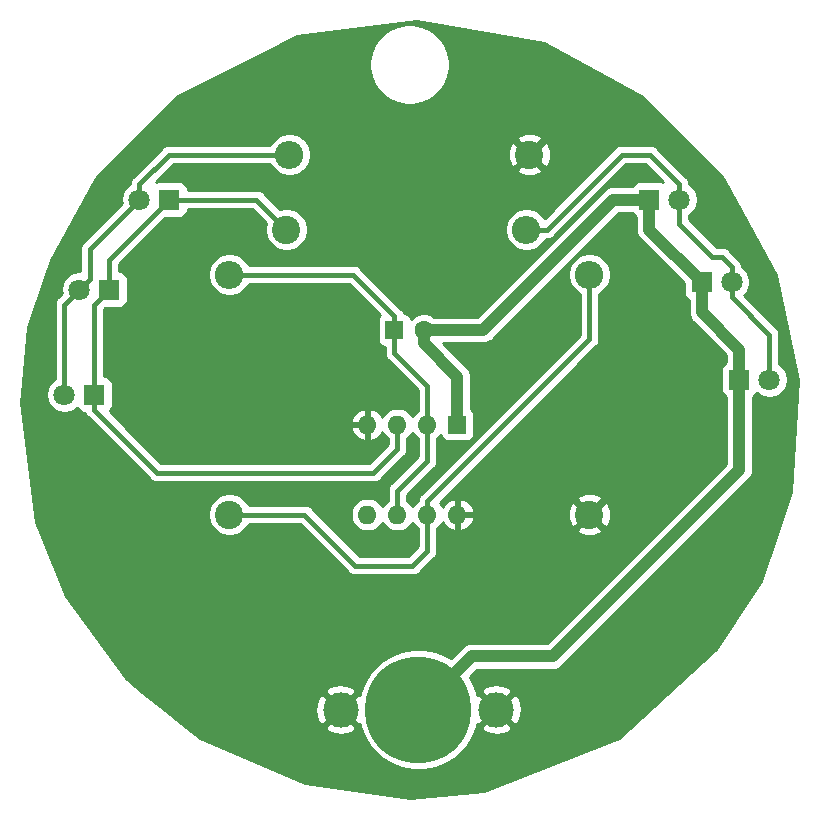
<source format=gbr>
G04 #@! TF.GenerationSoftware,KiCad,Pcbnew,(5.1.5-0)*
G04 #@! TF.CreationDate,2020-12-05T10:39:51+01:00*
G04 #@! TF.ProjectId,xmas_fablab2020,786d6173-5f66-4616-926c-616232303230,rev?*
G04 #@! TF.SameCoordinates,Original*
G04 #@! TF.FileFunction,Copper,L1,Top*
G04 #@! TF.FilePolarity,Positive*
%FSLAX46Y46*%
G04 Gerber Fmt 4.6, Leading zero omitted, Abs format (unit mm)*
G04 Created by KiCad (PCBNEW (5.1.5-0)) date 2020-12-05 10:39:51*
%MOMM*%
%LPD*%
G04 APERTURE LIST*
%ADD10C,2.400000*%
%ADD11O,2.400000X2.400000*%
%ADD12R,1.600000X1.600000*%
%ADD13C,1.600000*%
%ADD14C,1.800000*%
%ADD15R,1.800000X1.800000*%
%ADD16O,1.600000X1.600000*%
%ADD17C,3.000000*%
%ADD18C,9.000000*%
%ADD19C,0.400000*%
%ADD20C,1.000000*%
%ADD21C,0.254000*%
G04 APERTURE END LIST*
D10*
X152400000Y-72390000D03*
D11*
X152400000Y-52070000D03*
D10*
X147320000Y-41910000D03*
D11*
X127000000Y-41910000D03*
D12*
X135890000Y-56769000D03*
D13*
X138390000Y-56769000D03*
D14*
X107950000Y-62230000D03*
D15*
X110490000Y-62230000D03*
X165100000Y-60960000D03*
D14*
X167640000Y-60960000D03*
D11*
X121920000Y-52070000D03*
D10*
X121920000Y-72390000D03*
D11*
X147066000Y-48260000D03*
D10*
X126746000Y-48260000D03*
D12*
X141224000Y-64770000D03*
D16*
X133604000Y-72390000D03*
X138684000Y-64770000D03*
X136144000Y-72390000D03*
X136144000Y-64770000D03*
X138684000Y-72390000D03*
X133604000Y-64770000D03*
X141224000Y-72390000D03*
D14*
X109220000Y-53340000D03*
D15*
X111760000Y-53340000D03*
D14*
X164465000Y-52705000D03*
D15*
X161925000Y-52705000D03*
X116840000Y-45720000D03*
D14*
X114300000Y-45720000D03*
D15*
X157480000Y-45720000D03*
D14*
X160020000Y-45720000D03*
D17*
X131322000Y-88900000D03*
X144522000Y-88900000D03*
D18*
X137922000Y-88900000D03*
D19*
X136144000Y-72390000D02*
X136144000Y-70358000D01*
X138684000Y-67818000D02*
X138684000Y-64770000D01*
X136144000Y-70358000D02*
X138684000Y-67818000D01*
X138684000Y-64770000D02*
X138684000Y-61468000D01*
X135890000Y-58674000D02*
X135890000Y-56769000D01*
X138684000Y-61468000D02*
X135890000Y-58674000D01*
X135890000Y-55569000D02*
X135890000Y-56769000D01*
X132391000Y-52070000D02*
X135890000Y-55569000D01*
X121920000Y-52070000D02*
X132391000Y-52070000D01*
D20*
X142421999Y-84400001D02*
X149279999Y-84400001D01*
X137922000Y-88900000D02*
X142421999Y-84400001D01*
X165100000Y-68580000D02*
X165100000Y-60960000D01*
X149279999Y-84400001D02*
X165100000Y-68580000D01*
X161925000Y-52705000D02*
X161925000Y-55245000D01*
X165100000Y-58420000D02*
X165100000Y-60960000D01*
X161925000Y-55245000D02*
X165100000Y-58420000D01*
X157480000Y-48260000D02*
X161925000Y-52705000D01*
X157480000Y-45720000D02*
X157480000Y-48260000D01*
X138390000Y-56769000D02*
X143383000Y-56769000D01*
X154432000Y-45720000D02*
X157480000Y-45720000D01*
X143383000Y-56769000D02*
X154432000Y-45720000D01*
X141224000Y-60734370D02*
X141224000Y-64770000D01*
X138390000Y-57900370D02*
X141224000Y-60734370D01*
X138390000Y-56769000D02*
X138390000Y-57900370D01*
D19*
X116837208Y-41910000D02*
X125302944Y-41910000D01*
X125302944Y-41910000D02*
X127000000Y-41910000D01*
X114300000Y-44447208D02*
X116837208Y-41910000D01*
X114300000Y-45720000D02*
X114300000Y-44447208D01*
X110119999Y-49900001D02*
X113400001Y-46619999D01*
X110119999Y-52440001D02*
X110119999Y-49900001D01*
X113400001Y-46619999D02*
X114300000Y-45720000D01*
X109220000Y-53340000D02*
X110119999Y-52440001D01*
X107950000Y-54610000D02*
X109220000Y-53340000D01*
X107950000Y-62230000D02*
X107950000Y-54610000D01*
X115794000Y-68834000D02*
X134112000Y-68834000D01*
X136144000Y-66802000D02*
X136144000Y-64770000D01*
X110490000Y-63530000D02*
X115794000Y-68834000D01*
X134112000Y-68834000D02*
X136144000Y-66802000D01*
X110490000Y-62230000D02*
X110490000Y-63530000D01*
X110490000Y-54610000D02*
X111760000Y-53340000D01*
X110490000Y-62230000D02*
X110490000Y-54610000D01*
X111760000Y-50800000D02*
X116840000Y-45720000D01*
X111760000Y-53340000D02*
X111760000Y-50800000D01*
X124206000Y-45720000D02*
X126746000Y-48260000D01*
X116840000Y-45720000D02*
X124206000Y-45720000D01*
X148763056Y-48260000D02*
X155113056Y-41910000D01*
X147066000Y-48260000D02*
X148763056Y-48260000D01*
X157482792Y-41910000D02*
X160020000Y-44447208D01*
X160020000Y-44447208D02*
X160020000Y-45720000D01*
X155113056Y-41910000D02*
X157482792Y-41910000D01*
X160020000Y-45720000D02*
X160020000Y-47752000D01*
X160020000Y-47752000D02*
X162814000Y-50546000D01*
X164465000Y-51432208D02*
X164465000Y-52705000D01*
X163578792Y-50546000D02*
X164465000Y-51432208D01*
X162814000Y-50546000D02*
X163578792Y-50546000D01*
X164465000Y-53977792D02*
X167640000Y-57152792D01*
X167640000Y-59687208D02*
X167640000Y-60960000D01*
X167640000Y-57152792D02*
X167640000Y-59687208D01*
X164465000Y-52705000D02*
X164465000Y-53977792D01*
X152400000Y-53767056D02*
X152400000Y-52070000D01*
X138684000Y-71258630D02*
X152400000Y-57542630D01*
X152400000Y-57542630D02*
X152400000Y-53767056D01*
X138684000Y-72390000D02*
X138684000Y-71258630D01*
X138684000Y-75438000D02*
X138684000Y-72390000D01*
X132588000Y-76708000D02*
X137414000Y-76708000D01*
X137414000Y-76708000D02*
X138684000Y-75438000D01*
X128270000Y-72390000D02*
X132588000Y-76708000D01*
X121920000Y-72390000D02*
X128270000Y-72390000D01*
D21*
G36*
X148547793Y-32506515D02*
G01*
X156768377Y-36932983D01*
X163727018Y-43891624D01*
X168154608Y-52114291D01*
X170052101Y-60969258D01*
X169419365Y-70460296D01*
X166889895Y-78048706D01*
X163097732Y-83736950D01*
X154871541Y-91330357D01*
X143480119Y-95760354D01*
X137162702Y-96392096D01*
X128304586Y-95126651D01*
X119445873Y-91330060D01*
X118272865Y-90391653D01*
X130009952Y-90391653D01*
X130165962Y-90707214D01*
X130540745Y-90898020D01*
X130945551Y-91012044D01*
X131364824Y-91044902D01*
X131782451Y-90995334D01*
X132182383Y-90865243D01*
X132478038Y-90707214D01*
X132634048Y-90391653D01*
X131322000Y-89079605D01*
X130009952Y-90391653D01*
X118272865Y-90391653D01*
X116461828Y-88942824D01*
X129177098Y-88942824D01*
X129226666Y-89360451D01*
X129356757Y-89760383D01*
X129514786Y-90056038D01*
X129830347Y-90212048D01*
X131142395Y-88900000D01*
X129830347Y-87587952D01*
X129514786Y-87743962D01*
X129323980Y-88118745D01*
X129209956Y-88523551D01*
X129177098Y-88942824D01*
X116461828Y-88942824D01*
X114543732Y-87408347D01*
X130009952Y-87408347D01*
X131322000Y-88720395D01*
X132634048Y-87408347D01*
X132478038Y-87092786D01*
X132103255Y-86901980D01*
X131698449Y-86787956D01*
X131279176Y-86755098D01*
X130861549Y-86804666D01*
X130461617Y-86934757D01*
X130165962Y-87092786D01*
X130009952Y-87408347D01*
X114543732Y-87408347D01*
X113122668Y-86271496D01*
X108062033Y-79313122D01*
X105533990Y-72993015D01*
X104267791Y-62863425D01*
X104346251Y-62078816D01*
X106415000Y-62078816D01*
X106415000Y-62381184D01*
X106473989Y-62677743D01*
X106589701Y-62957095D01*
X106757688Y-63208505D01*
X106971495Y-63422312D01*
X107222905Y-63590299D01*
X107502257Y-63706011D01*
X107798816Y-63765000D01*
X108101184Y-63765000D01*
X108397743Y-63706011D01*
X108677095Y-63590299D01*
X108928505Y-63422312D01*
X108994944Y-63355873D01*
X109000498Y-63374180D01*
X109059463Y-63484494D01*
X109138815Y-63581185D01*
X109235506Y-63660537D01*
X109345820Y-63719502D01*
X109465518Y-63755812D01*
X109590000Y-63768072D01*
X109689646Y-63768072D01*
X109714828Y-63851086D01*
X109792364Y-63996145D01*
X109792365Y-63996146D01*
X109896710Y-64123291D01*
X109928574Y-64149441D01*
X115174563Y-69395432D01*
X115200709Y-69427291D01*
X115327854Y-69531636D01*
X115472913Y-69609172D01*
X115630311Y-69656918D01*
X115752981Y-69669000D01*
X115752982Y-69669000D01*
X115794000Y-69673040D01*
X115835018Y-69669000D01*
X134070982Y-69669000D01*
X134112000Y-69673040D01*
X134153018Y-69669000D01*
X134153019Y-69669000D01*
X134275689Y-69656918D01*
X134433087Y-69609172D01*
X134578146Y-69531636D01*
X134705291Y-69427291D01*
X134731446Y-69395421D01*
X136705433Y-67421436D01*
X136737291Y-67395291D01*
X136841636Y-67268146D01*
X136919172Y-67123087D01*
X136966918Y-66965689D01*
X136979000Y-66843019D01*
X136979000Y-66843018D01*
X136983040Y-66802000D01*
X136979000Y-66760982D01*
X136979000Y-65937930D01*
X137058759Y-65884637D01*
X137258637Y-65684759D01*
X137414000Y-65452241D01*
X137569363Y-65684759D01*
X137769241Y-65884637D01*
X137849001Y-65937931D01*
X137849000Y-67472132D01*
X135582574Y-69738559D01*
X135550710Y-69764709D01*
X135524562Y-69796571D01*
X135446364Y-69891855D01*
X135368828Y-70036914D01*
X135321082Y-70194312D01*
X135304960Y-70358000D01*
X135309001Y-70399028D01*
X135309001Y-71222069D01*
X135229241Y-71275363D01*
X135029363Y-71475241D01*
X134874000Y-71707759D01*
X134718637Y-71475241D01*
X134518759Y-71275363D01*
X134283727Y-71118320D01*
X134022574Y-71010147D01*
X133745335Y-70955000D01*
X133462665Y-70955000D01*
X133185426Y-71010147D01*
X132924273Y-71118320D01*
X132689241Y-71275363D01*
X132489363Y-71475241D01*
X132332320Y-71710273D01*
X132224147Y-71971426D01*
X132169000Y-72248665D01*
X132169000Y-72531335D01*
X132224147Y-72808574D01*
X132332320Y-73069727D01*
X132489363Y-73304759D01*
X132689241Y-73504637D01*
X132924273Y-73661680D01*
X133185426Y-73769853D01*
X133462665Y-73825000D01*
X133745335Y-73825000D01*
X134022574Y-73769853D01*
X134283727Y-73661680D01*
X134518759Y-73504637D01*
X134718637Y-73304759D01*
X134874000Y-73072241D01*
X135029363Y-73304759D01*
X135229241Y-73504637D01*
X135464273Y-73661680D01*
X135725426Y-73769853D01*
X136002665Y-73825000D01*
X136285335Y-73825000D01*
X136562574Y-73769853D01*
X136823727Y-73661680D01*
X137058759Y-73504637D01*
X137258637Y-73304759D01*
X137414000Y-73072241D01*
X137569363Y-73304759D01*
X137769241Y-73504637D01*
X137849001Y-73557931D01*
X137849000Y-75092132D01*
X137068133Y-75873000D01*
X132933868Y-75873000D01*
X128889446Y-71828579D01*
X128863291Y-71796709D01*
X128736146Y-71692364D01*
X128591087Y-71614828D01*
X128433689Y-71567082D01*
X128311019Y-71555000D01*
X128311018Y-71555000D01*
X128270000Y-71550960D01*
X128228982Y-71555000D01*
X123560322Y-71555000D01*
X123546156Y-71520801D01*
X123345338Y-71220256D01*
X123089744Y-70964662D01*
X122789199Y-70763844D01*
X122455250Y-70625518D01*
X122100732Y-70555000D01*
X121739268Y-70555000D01*
X121384750Y-70625518D01*
X121050801Y-70763844D01*
X120750256Y-70964662D01*
X120494662Y-71220256D01*
X120293844Y-71520801D01*
X120155518Y-71854750D01*
X120085000Y-72209268D01*
X120085000Y-72570732D01*
X120155518Y-72925250D01*
X120293844Y-73259199D01*
X120494662Y-73559744D01*
X120750256Y-73815338D01*
X121050801Y-74016156D01*
X121384750Y-74154482D01*
X121739268Y-74225000D01*
X122100732Y-74225000D01*
X122455250Y-74154482D01*
X122789199Y-74016156D01*
X123089744Y-73815338D01*
X123345338Y-73559744D01*
X123546156Y-73259199D01*
X123560322Y-73225000D01*
X127924133Y-73225000D01*
X131968559Y-77269427D01*
X131994709Y-77301291D01*
X132121854Y-77405636D01*
X132266913Y-77483172D01*
X132424311Y-77530918D01*
X132587999Y-77547040D01*
X132629018Y-77543000D01*
X137372982Y-77543000D01*
X137414000Y-77547040D01*
X137455018Y-77543000D01*
X137455019Y-77543000D01*
X137577689Y-77530918D01*
X137735087Y-77483172D01*
X137880146Y-77405636D01*
X138007291Y-77301291D01*
X138033446Y-77269421D01*
X139245428Y-76057440D01*
X139277291Y-76031291D01*
X139381636Y-75904146D01*
X139459172Y-75759087D01*
X139506918Y-75601689D01*
X139519000Y-75479019D01*
X139519000Y-75479017D01*
X139523040Y-75438001D01*
X139519000Y-75396985D01*
X139519000Y-73557930D01*
X139598759Y-73504637D01*
X139798637Y-73304759D01*
X139955680Y-73069727D01*
X139960067Y-73059135D01*
X140071615Y-73245131D01*
X140260586Y-73453519D01*
X140486580Y-73621037D01*
X140740913Y-73741246D01*
X140874961Y-73781904D01*
X141097000Y-73659915D01*
X141097000Y-72517000D01*
X141351000Y-72517000D01*
X141351000Y-73659915D01*
X141573039Y-73781904D01*
X141707087Y-73741246D01*
X141862100Y-73667980D01*
X151301626Y-73667980D01*
X151421514Y-73952836D01*
X151745210Y-74113699D01*
X152094069Y-74208322D01*
X152454684Y-74233067D01*
X152813198Y-74186985D01*
X153155833Y-74071846D01*
X153378486Y-73952836D01*
X153498374Y-73667980D01*
X152400000Y-72569605D01*
X151301626Y-73667980D01*
X141862100Y-73667980D01*
X141961420Y-73621037D01*
X142187414Y-73453519D01*
X142376385Y-73245131D01*
X142521070Y-73003881D01*
X142615909Y-72739040D01*
X142494624Y-72517000D01*
X141351000Y-72517000D01*
X141097000Y-72517000D01*
X141077000Y-72517000D01*
X141077000Y-72444684D01*
X150556933Y-72444684D01*
X150603015Y-72803198D01*
X150718154Y-73145833D01*
X150837164Y-73368486D01*
X151122020Y-73488374D01*
X152220395Y-72390000D01*
X152579605Y-72390000D01*
X153677980Y-73488374D01*
X153962836Y-73368486D01*
X154123699Y-73044790D01*
X154218322Y-72695931D01*
X154243067Y-72335316D01*
X154196985Y-71976802D01*
X154081846Y-71634167D01*
X153962836Y-71411514D01*
X153677980Y-71291626D01*
X152579605Y-72390000D01*
X152220395Y-72390000D01*
X151122020Y-71291626D01*
X150837164Y-71411514D01*
X150676301Y-71735210D01*
X150581678Y-72084069D01*
X150556933Y-72444684D01*
X141077000Y-72444684D01*
X141077000Y-72263000D01*
X141097000Y-72263000D01*
X141097000Y-71120085D01*
X141351000Y-71120085D01*
X141351000Y-72263000D01*
X142494624Y-72263000D01*
X142615909Y-72040960D01*
X142521070Y-71776119D01*
X142376385Y-71534869D01*
X142187414Y-71326481D01*
X141961420Y-71158963D01*
X141862101Y-71112020D01*
X151301626Y-71112020D01*
X152400000Y-72210395D01*
X153498374Y-71112020D01*
X153378486Y-70827164D01*
X153054790Y-70666301D01*
X152705931Y-70571678D01*
X152345316Y-70546933D01*
X151986802Y-70593015D01*
X151644167Y-70708154D01*
X151421514Y-70827164D01*
X151301626Y-71112020D01*
X141862101Y-71112020D01*
X141707087Y-71038754D01*
X141573039Y-70998096D01*
X141351000Y-71120085D01*
X141097000Y-71120085D01*
X140874961Y-70998096D01*
X140740913Y-71038754D01*
X140486580Y-71158963D01*
X140260586Y-71326481D01*
X140071615Y-71534869D01*
X139960067Y-71720865D01*
X139955680Y-71710273D01*
X139798637Y-71475241D01*
X139723447Y-71400051D01*
X152961428Y-58162070D01*
X152993291Y-58135921D01*
X153097636Y-58008776D01*
X153175172Y-57863717D01*
X153222918Y-57706319D01*
X153235000Y-57583649D01*
X153235000Y-57583647D01*
X153239040Y-57542631D01*
X153235000Y-57501615D01*
X153235000Y-53710322D01*
X153269199Y-53696156D01*
X153569744Y-53495338D01*
X153825338Y-53239744D01*
X154026156Y-52939199D01*
X154164482Y-52605250D01*
X154235000Y-52250732D01*
X154235000Y-51889268D01*
X154164482Y-51534750D01*
X154026156Y-51200801D01*
X153825338Y-50900256D01*
X153569744Y-50644662D01*
X153269199Y-50443844D01*
X152935250Y-50305518D01*
X152580732Y-50235000D01*
X152219268Y-50235000D01*
X151864750Y-50305518D01*
X151530801Y-50443844D01*
X151230256Y-50644662D01*
X150974662Y-50900256D01*
X150773844Y-51200801D01*
X150635518Y-51534750D01*
X150565000Y-51889268D01*
X150565000Y-52250732D01*
X150635518Y-52605250D01*
X150773844Y-52939199D01*
X150974662Y-53239744D01*
X151230256Y-53495338D01*
X151530801Y-53696156D01*
X151565000Y-53710322D01*
X151565000Y-53808074D01*
X151565001Y-53808084D01*
X151565000Y-57196762D01*
X138122574Y-70639189D01*
X138090710Y-70665339D01*
X138064562Y-70697201D01*
X137986364Y-70792485D01*
X137908828Y-70937544D01*
X137861082Y-71094942D01*
X137848530Y-71222384D01*
X137769241Y-71275363D01*
X137569363Y-71475241D01*
X137414000Y-71707759D01*
X137258637Y-71475241D01*
X137058759Y-71275363D01*
X136979000Y-71222070D01*
X136979000Y-70703867D01*
X139245428Y-68437440D01*
X139277291Y-68411291D01*
X139381636Y-68284146D01*
X139459172Y-68139087D01*
X139506918Y-67981689D01*
X139519000Y-67859019D01*
X139519000Y-67859009D01*
X139523039Y-67818001D01*
X139519000Y-67776993D01*
X139519000Y-65937930D01*
X139598759Y-65884637D01*
X139797357Y-65686039D01*
X139798188Y-65694482D01*
X139834498Y-65814180D01*
X139893463Y-65924494D01*
X139972815Y-66021185D01*
X140069506Y-66100537D01*
X140179820Y-66159502D01*
X140299518Y-66195812D01*
X140424000Y-66208072D01*
X142024000Y-66208072D01*
X142148482Y-66195812D01*
X142268180Y-66159502D01*
X142378494Y-66100537D01*
X142475185Y-66021185D01*
X142554537Y-65924494D01*
X142613502Y-65814180D01*
X142649812Y-65694482D01*
X142662072Y-65570000D01*
X142662072Y-63970000D01*
X142649812Y-63845518D01*
X142613502Y-63725820D01*
X142554537Y-63615506D01*
X142475185Y-63518815D01*
X142378494Y-63439463D01*
X142359000Y-63429043D01*
X142359000Y-60790113D01*
X142364490Y-60734369D01*
X142359000Y-60678625D01*
X142359000Y-60678618D01*
X142342577Y-60511871D01*
X142277676Y-60297923D01*
X142172284Y-60100747D01*
X142030449Y-59927921D01*
X141987141Y-59892379D01*
X139998761Y-57904000D01*
X143327249Y-57904000D01*
X143383000Y-57909491D01*
X143438751Y-57904000D01*
X143438752Y-57904000D01*
X143605499Y-57887577D01*
X143819447Y-57822676D01*
X144016623Y-57717284D01*
X144189449Y-57575449D01*
X144224996Y-57532135D01*
X154902133Y-46855000D01*
X155987713Y-46855000D01*
X155990498Y-46864180D01*
X156049463Y-46974494D01*
X156128815Y-47071185D01*
X156225506Y-47150537D01*
X156335820Y-47209502D01*
X156345001Y-47212287D01*
X156345001Y-48204239D01*
X156339509Y-48260000D01*
X156361423Y-48482498D01*
X156426324Y-48696446D01*
X156442199Y-48726146D01*
X156531717Y-48893623D01*
X156673552Y-49066449D01*
X156716860Y-49101991D01*
X160386928Y-52772060D01*
X160386928Y-53605000D01*
X160399188Y-53729482D01*
X160435498Y-53849180D01*
X160494463Y-53959494D01*
X160573815Y-54056185D01*
X160670506Y-54135537D01*
X160780820Y-54194502D01*
X160790001Y-54197287D01*
X160790001Y-55189239D01*
X160784509Y-55245000D01*
X160806423Y-55467498D01*
X160871324Y-55681446D01*
X160894508Y-55724820D01*
X160976717Y-55878623D01*
X161118552Y-56051449D01*
X161161860Y-56086991D01*
X163965000Y-58890132D01*
X163965000Y-59467713D01*
X163955820Y-59470498D01*
X163845506Y-59529463D01*
X163748815Y-59608815D01*
X163669463Y-59705506D01*
X163610498Y-59815820D01*
X163574188Y-59935518D01*
X163561928Y-60060000D01*
X163561928Y-61860000D01*
X163574188Y-61984482D01*
X163610498Y-62104180D01*
X163669463Y-62214494D01*
X163748815Y-62311185D01*
X163845506Y-62390537D01*
X163955820Y-62449502D01*
X163965001Y-62452287D01*
X163965000Y-68109868D01*
X148809868Y-83265001D01*
X142477751Y-83265001D01*
X142421999Y-83259510D01*
X142199500Y-83281424D01*
X141985552Y-83346325D01*
X141788376Y-83451717D01*
X141658855Y-83558012D01*
X141658853Y-83558014D01*
X141615550Y-83593552D01*
X141580012Y-83636855D01*
X140661922Y-84554945D01*
X140354335Y-84349422D01*
X139419824Y-83962335D01*
X138427753Y-83765000D01*
X137416247Y-83765000D01*
X136424176Y-83962335D01*
X135489665Y-84349422D01*
X134648628Y-84911385D01*
X133933385Y-85626628D01*
X133371422Y-86467665D01*
X132984335Y-87402176D01*
X132935408Y-87648147D01*
X132813653Y-87587952D01*
X131501605Y-88900000D01*
X132813653Y-90212048D01*
X132935408Y-90151853D01*
X132984335Y-90397824D01*
X133371422Y-91332335D01*
X133933385Y-92173372D01*
X134648628Y-92888615D01*
X135489665Y-93450578D01*
X136424176Y-93837665D01*
X137416247Y-94035000D01*
X138427753Y-94035000D01*
X139419824Y-93837665D01*
X140354335Y-93450578D01*
X141195372Y-92888615D01*
X141910615Y-92173372D01*
X142472578Y-91332335D01*
X142859665Y-90397824D01*
X142860892Y-90391653D01*
X143209952Y-90391653D01*
X143365962Y-90707214D01*
X143740745Y-90898020D01*
X144145551Y-91012044D01*
X144564824Y-91044902D01*
X144982451Y-90995334D01*
X145382383Y-90865243D01*
X145678038Y-90707214D01*
X145834048Y-90391653D01*
X144522000Y-89079605D01*
X143209952Y-90391653D01*
X142860892Y-90391653D01*
X142908592Y-90151853D01*
X143030347Y-90212048D01*
X144342395Y-88900000D01*
X144701605Y-88900000D01*
X146013653Y-90212048D01*
X146329214Y-90056038D01*
X146520020Y-89681255D01*
X146634044Y-89276449D01*
X146666902Y-88857176D01*
X146617334Y-88439549D01*
X146487243Y-88039617D01*
X146329214Y-87743962D01*
X146013653Y-87587952D01*
X144701605Y-88900000D01*
X144342395Y-88900000D01*
X143030347Y-87587952D01*
X142908592Y-87648147D01*
X142860893Y-87408347D01*
X143209952Y-87408347D01*
X144522000Y-88720395D01*
X145834048Y-87408347D01*
X145678038Y-87092786D01*
X145303255Y-86901980D01*
X144898449Y-86787956D01*
X144479176Y-86755098D01*
X144061549Y-86804666D01*
X143661617Y-86934757D01*
X143365962Y-87092786D01*
X143209952Y-87408347D01*
X142860893Y-87408347D01*
X142859665Y-87402176D01*
X142472578Y-86467665D01*
X142267055Y-86160078D01*
X142892132Y-85535001D01*
X149224248Y-85535001D01*
X149279999Y-85540492D01*
X149335750Y-85535001D01*
X149335751Y-85535001D01*
X149502498Y-85518578D01*
X149716446Y-85453677D01*
X149913622Y-85348285D01*
X150086448Y-85206450D01*
X150121995Y-85163136D01*
X165863141Y-69421991D01*
X165906449Y-69386449D01*
X166048284Y-69213623D01*
X166153676Y-69016447D01*
X166218577Y-68802499D01*
X166235000Y-68635752D01*
X166235000Y-68635751D01*
X166240491Y-68580000D01*
X166235000Y-68524249D01*
X166235000Y-62452287D01*
X166244180Y-62449502D01*
X166354494Y-62390537D01*
X166451185Y-62311185D01*
X166530537Y-62214494D01*
X166589502Y-62104180D01*
X166595056Y-62085873D01*
X166661495Y-62152312D01*
X166912905Y-62320299D01*
X167192257Y-62436011D01*
X167488816Y-62495000D01*
X167791184Y-62495000D01*
X168087743Y-62436011D01*
X168367095Y-62320299D01*
X168618505Y-62152312D01*
X168832312Y-61938505D01*
X169000299Y-61687095D01*
X169116011Y-61407743D01*
X169175000Y-61111184D01*
X169175000Y-60808816D01*
X169116011Y-60512257D01*
X169000299Y-60232905D01*
X168832312Y-59981495D01*
X168618505Y-59767688D01*
X168475000Y-59671801D01*
X168475000Y-57193810D01*
X168479040Y-57152791D01*
X168462918Y-56989103D01*
X168415172Y-56831705D01*
X168337636Y-56686646D01*
X168233291Y-56559501D01*
X168201428Y-56533352D01*
X165504446Y-53836371D01*
X165657312Y-53683505D01*
X165825299Y-53432095D01*
X165941011Y-53152743D01*
X166000000Y-52856184D01*
X166000000Y-52553816D01*
X165941011Y-52257257D01*
X165825299Y-51977905D01*
X165657312Y-51726495D01*
X165443505Y-51512688D01*
X165302699Y-51418604D01*
X165300000Y-51391199D01*
X165300000Y-51391189D01*
X165287918Y-51268519D01*
X165240172Y-51111121D01*
X165162636Y-50966062D01*
X165058291Y-50838917D01*
X165026427Y-50812768D01*
X164198238Y-49984579D01*
X164172083Y-49952709D01*
X164044938Y-49848364D01*
X163899879Y-49770828D01*
X163742481Y-49723082D01*
X163619811Y-49711000D01*
X163619810Y-49711000D01*
X163578792Y-49706960D01*
X163537774Y-49711000D01*
X163159869Y-49711000D01*
X160855000Y-47406133D01*
X160855000Y-47008199D01*
X160998505Y-46912312D01*
X161212312Y-46698505D01*
X161380299Y-46447095D01*
X161496011Y-46167743D01*
X161555000Y-45871184D01*
X161555000Y-45568816D01*
X161496011Y-45272257D01*
X161380299Y-44992905D01*
X161212312Y-44741495D01*
X160998505Y-44527688D01*
X160857700Y-44433605D01*
X160842918Y-44283519D01*
X160795172Y-44126121D01*
X160717636Y-43981062D01*
X160639439Y-43885778D01*
X160639437Y-43885776D01*
X160613291Y-43853917D01*
X160581433Y-43827772D01*
X158102238Y-41348579D01*
X158076083Y-41316709D01*
X157948938Y-41212364D01*
X157803879Y-41134828D01*
X157646481Y-41087082D01*
X157523811Y-41075000D01*
X157523810Y-41075000D01*
X157482792Y-41070960D01*
X157441774Y-41075000D01*
X155154074Y-41075000D01*
X155113055Y-41070960D01*
X155072037Y-41075000D01*
X154949367Y-41087082D01*
X154791969Y-41134828D01*
X154646910Y-41212364D01*
X154519765Y-41316709D01*
X154493615Y-41348573D01*
X148595718Y-47246471D01*
X148491338Y-47090256D01*
X148235744Y-46834662D01*
X147935199Y-46633844D01*
X147601250Y-46495518D01*
X147246732Y-46425000D01*
X146885268Y-46425000D01*
X146530750Y-46495518D01*
X146196801Y-46633844D01*
X145896256Y-46834662D01*
X145640662Y-47090256D01*
X145439844Y-47390801D01*
X145301518Y-47724750D01*
X145231000Y-48079268D01*
X145231000Y-48440732D01*
X145301518Y-48795250D01*
X145439844Y-49129199D01*
X145640662Y-49429744D01*
X145896256Y-49685338D01*
X146196801Y-49886156D01*
X146530750Y-50024482D01*
X146885268Y-50095000D01*
X147246732Y-50095000D01*
X147601250Y-50024482D01*
X147935199Y-49886156D01*
X148235744Y-49685338D01*
X148491338Y-49429744D01*
X148692156Y-49129199D01*
X148706322Y-49095000D01*
X148722038Y-49095000D01*
X148763056Y-49099040D01*
X148804074Y-49095000D01*
X148804075Y-49095000D01*
X148926745Y-49082918D01*
X149084143Y-49035172D01*
X149229202Y-48957636D01*
X149356347Y-48853291D01*
X149382502Y-48821421D01*
X155458924Y-42745000D01*
X157136925Y-42745000D01*
X158621656Y-44229732D01*
X158504482Y-44194188D01*
X158380000Y-44181928D01*
X156580000Y-44181928D01*
X156455518Y-44194188D01*
X156335820Y-44230498D01*
X156225506Y-44289463D01*
X156128815Y-44368815D01*
X156049463Y-44465506D01*
X155990498Y-44575820D01*
X155987713Y-44585000D01*
X154487752Y-44585000D01*
X154432000Y-44579509D01*
X154209501Y-44601423D01*
X153995553Y-44666324D01*
X153798377Y-44771716D01*
X153668856Y-44878011D01*
X153668854Y-44878013D01*
X153625551Y-44913551D01*
X153590013Y-44956854D01*
X142912869Y-55634000D01*
X139274284Y-55634000D01*
X139069727Y-55497320D01*
X138808574Y-55389147D01*
X138531335Y-55334000D01*
X138248665Y-55334000D01*
X137971426Y-55389147D01*
X137710273Y-55497320D01*
X137475241Y-55654363D01*
X137308661Y-55820943D01*
X137279502Y-55724820D01*
X137220537Y-55614506D01*
X137141185Y-55517815D01*
X137044494Y-55438463D01*
X136934180Y-55379498D01*
X136814482Y-55343188D01*
X136690365Y-55330964D01*
X136665172Y-55247913D01*
X136587636Y-55102854D01*
X136483291Y-54975709D01*
X136451428Y-54949560D01*
X133010446Y-51508579D01*
X132984291Y-51476709D01*
X132857146Y-51372364D01*
X132712087Y-51294828D01*
X132554689Y-51247082D01*
X132432019Y-51235000D01*
X132432018Y-51235000D01*
X132391000Y-51230960D01*
X132349982Y-51235000D01*
X123560322Y-51235000D01*
X123546156Y-51200801D01*
X123345338Y-50900256D01*
X123089744Y-50644662D01*
X122789199Y-50443844D01*
X122455250Y-50305518D01*
X122100732Y-50235000D01*
X121739268Y-50235000D01*
X121384750Y-50305518D01*
X121050801Y-50443844D01*
X120750256Y-50644662D01*
X120494662Y-50900256D01*
X120293844Y-51200801D01*
X120155518Y-51534750D01*
X120085000Y-51889268D01*
X120085000Y-52250732D01*
X120155518Y-52605250D01*
X120293844Y-52939199D01*
X120494662Y-53239744D01*
X120750256Y-53495338D01*
X121050801Y-53696156D01*
X121384750Y-53834482D01*
X121739268Y-53905000D01*
X122100732Y-53905000D01*
X122455250Y-53834482D01*
X122789199Y-53696156D01*
X123089744Y-53495338D01*
X123345338Y-53239744D01*
X123546156Y-52939199D01*
X123560322Y-52905000D01*
X132045133Y-52905000D01*
X134649323Y-55509191D01*
X134638815Y-55517815D01*
X134559463Y-55614506D01*
X134500498Y-55724820D01*
X134464188Y-55844518D01*
X134451928Y-55969000D01*
X134451928Y-57569000D01*
X134464188Y-57693482D01*
X134500498Y-57813180D01*
X134559463Y-57923494D01*
X134638815Y-58020185D01*
X134735506Y-58099537D01*
X134845820Y-58158502D01*
X134965518Y-58194812D01*
X135055000Y-58203625D01*
X135055000Y-58632981D01*
X135050960Y-58674000D01*
X135055000Y-58715018D01*
X135067082Y-58837688D01*
X135114828Y-58995086D01*
X135192364Y-59140145D01*
X135296709Y-59267291D01*
X135328579Y-59293446D01*
X137849001Y-61813870D01*
X137849000Y-63602070D01*
X137769241Y-63655363D01*
X137569363Y-63855241D01*
X137414000Y-64087759D01*
X137258637Y-63855241D01*
X137058759Y-63655363D01*
X136823727Y-63498320D01*
X136562574Y-63390147D01*
X136285335Y-63335000D01*
X136002665Y-63335000D01*
X135725426Y-63390147D01*
X135464273Y-63498320D01*
X135229241Y-63655363D01*
X135029363Y-63855241D01*
X134872320Y-64090273D01*
X134867933Y-64100865D01*
X134756385Y-63914869D01*
X134567414Y-63706481D01*
X134341420Y-63538963D01*
X134087087Y-63418754D01*
X133953039Y-63378096D01*
X133731000Y-63500085D01*
X133731000Y-64643000D01*
X133751000Y-64643000D01*
X133751000Y-64897000D01*
X133731000Y-64897000D01*
X133731000Y-66039915D01*
X133953039Y-66161904D01*
X134087087Y-66121246D01*
X134341420Y-66001037D01*
X134567414Y-65833519D01*
X134756385Y-65625131D01*
X134867933Y-65439135D01*
X134872320Y-65449727D01*
X135029363Y-65684759D01*
X135229241Y-65884637D01*
X135309000Y-65937930D01*
X135309000Y-66456131D01*
X133766133Y-67999000D01*
X116139869Y-67999000D01*
X113259909Y-65119040D01*
X132212091Y-65119040D01*
X132306930Y-65383881D01*
X132451615Y-65625131D01*
X132640586Y-65833519D01*
X132866580Y-66001037D01*
X133120913Y-66121246D01*
X133254961Y-66161904D01*
X133477000Y-66039915D01*
X133477000Y-64897000D01*
X132333376Y-64897000D01*
X132212091Y-65119040D01*
X113259909Y-65119040D01*
X112561829Y-64420960D01*
X132212091Y-64420960D01*
X132333376Y-64643000D01*
X133477000Y-64643000D01*
X133477000Y-63500085D01*
X133254961Y-63378096D01*
X133120913Y-63418754D01*
X132866580Y-63538963D01*
X132640586Y-63706481D01*
X132451615Y-63914869D01*
X132306930Y-64156119D01*
X132212091Y-64420960D01*
X112561829Y-64420960D01*
X111775752Y-63634884D01*
X111841185Y-63581185D01*
X111920537Y-63484494D01*
X111979502Y-63374180D01*
X112015812Y-63254482D01*
X112028072Y-63130000D01*
X112028072Y-61330000D01*
X112015812Y-61205518D01*
X111979502Y-61085820D01*
X111920537Y-60975506D01*
X111841185Y-60878815D01*
X111744494Y-60799463D01*
X111634180Y-60740498D01*
X111514482Y-60704188D01*
X111390000Y-60691928D01*
X111325000Y-60691928D01*
X111325000Y-54955867D01*
X111402795Y-54878072D01*
X112660000Y-54878072D01*
X112784482Y-54865812D01*
X112904180Y-54829502D01*
X113014494Y-54770537D01*
X113111185Y-54691185D01*
X113190537Y-54594494D01*
X113249502Y-54484180D01*
X113285812Y-54364482D01*
X113298072Y-54240000D01*
X113298072Y-52440000D01*
X113285812Y-52315518D01*
X113249502Y-52195820D01*
X113190537Y-52085506D01*
X113111185Y-51988815D01*
X113014494Y-51909463D01*
X112904180Y-51850498D01*
X112784482Y-51814188D01*
X112660000Y-51801928D01*
X112595000Y-51801928D01*
X112595000Y-51145867D01*
X116482797Y-47258072D01*
X117740000Y-47258072D01*
X117864482Y-47245812D01*
X117984180Y-47209502D01*
X118094494Y-47150537D01*
X118191185Y-47071185D01*
X118270537Y-46974494D01*
X118329502Y-46864180D01*
X118365812Y-46744482D01*
X118378072Y-46620000D01*
X118378072Y-46555000D01*
X123860133Y-46555000D01*
X124995684Y-47690551D01*
X124981518Y-47724750D01*
X124911000Y-48079268D01*
X124911000Y-48440732D01*
X124981518Y-48795250D01*
X125119844Y-49129199D01*
X125320662Y-49429744D01*
X125576256Y-49685338D01*
X125876801Y-49886156D01*
X126210750Y-50024482D01*
X126565268Y-50095000D01*
X126926732Y-50095000D01*
X127281250Y-50024482D01*
X127615199Y-49886156D01*
X127915744Y-49685338D01*
X128171338Y-49429744D01*
X128372156Y-49129199D01*
X128510482Y-48795250D01*
X128581000Y-48440732D01*
X128581000Y-48079268D01*
X128510482Y-47724750D01*
X128372156Y-47390801D01*
X128171338Y-47090256D01*
X127915744Y-46834662D01*
X127615199Y-46633844D01*
X127281250Y-46495518D01*
X126926732Y-46425000D01*
X126565268Y-46425000D01*
X126210750Y-46495518D01*
X126176551Y-46509684D01*
X124825446Y-45158579D01*
X124799291Y-45126709D01*
X124672146Y-45022364D01*
X124527087Y-44944828D01*
X124369689Y-44897082D01*
X124247019Y-44885000D01*
X124247018Y-44885000D01*
X124206000Y-44880960D01*
X124164982Y-44885000D01*
X118378072Y-44885000D01*
X118378072Y-44820000D01*
X118365812Y-44695518D01*
X118329502Y-44575820D01*
X118270537Y-44465506D01*
X118191185Y-44368815D01*
X118094494Y-44289463D01*
X117984180Y-44230498D01*
X117864482Y-44194188D01*
X117740000Y-44181928D01*
X115940000Y-44181928D01*
X115815518Y-44194188D01*
X115698343Y-44229733D01*
X117183077Y-42745000D01*
X125359678Y-42745000D01*
X125373844Y-42779199D01*
X125574662Y-43079744D01*
X125830256Y-43335338D01*
X126130801Y-43536156D01*
X126464750Y-43674482D01*
X126819268Y-43745000D01*
X127180732Y-43745000D01*
X127535250Y-43674482D01*
X127869199Y-43536156D01*
X128169744Y-43335338D01*
X128317102Y-43187980D01*
X146221626Y-43187980D01*
X146341514Y-43472836D01*
X146665210Y-43633699D01*
X147014069Y-43728322D01*
X147374684Y-43753067D01*
X147733198Y-43706985D01*
X148075833Y-43591846D01*
X148298486Y-43472836D01*
X148418374Y-43187980D01*
X147320000Y-42089605D01*
X146221626Y-43187980D01*
X128317102Y-43187980D01*
X128425338Y-43079744D01*
X128626156Y-42779199D01*
X128764482Y-42445250D01*
X128835000Y-42090732D01*
X128835000Y-41964684D01*
X145476933Y-41964684D01*
X145523015Y-42323198D01*
X145638154Y-42665833D01*
X145757164Y-42888486D01*
X146042020Y-43008374D01*
X147140395Y-41910000D01*
X147499605Y-41910000D01*
X148597980Y-43008374D01*
X148882836Y-42888486D01*
X149043699Y-42564790D01*
X149138322Y-42215931D01*
X149163067Y-41855316D01*
X149116985Y-41496802D01*
X149001846Y-41154167D01*
X148882836Y-40931514D01*
X148597980Y-40811626D01*
X147499605Y-41910000D01*
X147140395Y-41910000D01*
X146042020Y-40811626D01*
X145757164Y-40931514D01*
X145596301Y-41255210D01*
X145501678Y-41604069D01*
X145476933Y-41964684D01*
X128835000Y-41964684D01*
X128835000Y-41729268D01*
X128764482Y-41374750D01*
X128626156Y-41040801D01*
X128425338Y-40740256D01*
X128317102Y-40632020D01*
X146221626Y-40632020D01*
X147320000Y-41730395D01*
X148418374Y-40632020D01*
X148298486Y-40347164D01*
X147974790Y-40186301D01*
X147625931Y-40091678D01*
X147265316Y-40066933D01*
X146906802Y-40113015D01*
X146564167Y-40228154D01*
X146341514Y-40347164D01*
X146221626Y-40632020D01*
X128317102Y-40632020D01*
X128169744Y-40484662D01*
X127869199Y-40283844D01*
X127535250Y-40145518D01*
X127180732Y-40075000D01*
X126819268Y-40075000D01*
X126464750Y-40145518D01*
X126130801Y-40283844D01*
X125830256Y-40484662D01*
X125574662Y-40740256D01*
X125373844Y-41040801D01*
X125359678Y-41075000D01*
X116878226Y-41075000D01*
X116837208Y-41070960D01*
X116796189Y-41075000D01*
X116673519Y-41087082D01*
X116516121Y-41134828D01*
X116371062Y-41212364D01*
X116243917Y-41316709D01*
X116217771Y-41348568D01*
X113738574Y-43827767D01*
X113706710Y-43853917D01*
X113680562Y-43885779D01*
X113602364Y-43981063D01*
X113524828Y-44126122D01*
X113477082Y-44283520D01*
X113462300Y-44433605D01*
X113321495Y-44527688D01*
X113107688Y-44741495D01*
X112939701Y-44992905D01*
X112823989Y-45272257D01*
X112765000Y-45568816D01*
X112765000Y-45871184D01*
X112798671Y-46040461D01*
X109558573Y-49280560D01*
X109526709Y-49306710D01*
X109449745Y-49400491D01*
X109422363Y-49433856D01*
X109344827Y-49578915D01*
X109297081Y-49736313D01*
X109280959Y-49900001D01*
X109285000Y-49941029D01*
X109284999Y-51805000D01*
X109068816Y-51805000D01*
X108772257Y-51863989D01*
X108492905Y-51979701D01*
X108241495Y-52147688D01*
X108027688Y-52361495D01*
X107859701Y-52612905D01*
X107743989Y-52892257D01*
X107685000Y-53188816D01*
X107685000Y-53491184D01*
X107718671Y-53660461D01*
X107388574Y-53990559D01*
X107356710Y-54016709D01*
X107298087Y-54088142D01*
X107252364Y-54143855D01*
X107174828Y-54288914D01*
X107127082Y-54446312D01*
X107110960Y-54610000D01*
X107115001Y-54651028D01*
X107115000Y-60941801D01*
X106971495Y-61037688D01*
X106757688Y-61251495D01*
X106589701Y-61502905D01*
X106473989Y-61782257D01*
X106415000Y-62078816D01*
X104346251Y-62078816D01*
X104899961Y-56541727D01*
X106796908Y-50850887D01*
X110592734Y-43891872D01*
X117550232Y-36934374D01*
X123508568Y-33955206D01*
X133760783Y-33955206D01*
X133760783Y-34624794D01*
X133891413Y-35281515D01*
X134147653Y-35900133D01*
X134519656Y-36456874D01*
X134993126Y-36930344D01*
X135549867Y-37302347D01*
X136168485Y-37558587D01*
X136825206Y-37689217D01*
X137494794Y-37689217D01*
X138151515Y-37558587D01*
X138770133Y-37302347D01*
X139326874Y-36930344D01*
X139800344Y-36456874D01*
X140172347Y-35900133D01*
X140428587Y-35281515D01*
X140559217Y-34624794D01*
X140559217Y-33955206D01*
X140428587Y-33298485D01*
X140172347Y-32679867D01*
X139800344Y-32123126D01*
X139326874Y-31649656D01*
X138770133Y-31277653D01*
X138151515Y-31021413D01*
X137494794Y-30890783D01*
X136825206Y-30890783D01*
X136168485Y-31021413D01*
X135549867Y-31277653D01*
X134993126Y-31649656D01*
X134519656Y-32123126D01*
X134147653Y-32679867D01*
X133891413Y-33298485D01*
X133760783Y-33955206D01*
X123508568Y-33955206D01*
X127672339Y-31873321D01*
X137791766Y-30608392D01*
X148547793Y-32506515D01*
G37*
X148547793Y-32506515D02*
X156768377Y-36932983D01*
X163727018Y-43891624D01*
X168154608Y-52114291D01*
X170052101Y-60969258D01*
X169419365Y-70460296D01*
X166889895Y-78048706D01*
X163097732Y-83736950D01*
X154871541Y-91330357D01*
X143480119Y-95760354D01*
X137162702Y-96392096D01*
X128304586Y-95126651D01*
X119445873Y-91330060D01*
X118272865Y-90391653D01*
X130009952Y-90391653D01*
X130165962Y-90707214D01*
X130540745Y-90898020D01*
X130945551Y-91012044D01*
X131364824Y-91044902D01*
X131782451Y-90995334D01*
X132182383Y-90865243D01*
X132478038Y-90707214D01*
X132634048Y-90391653D01*
X131322000Y-89079605D01*
X130009952Y-90391653D01*
X118272865Y-90391653D01*
X116461828Y-88942824D01*
X129177098Y-88942824D01*
X129226666Y-89360451D01*
X129356757Y-89760383D01*
X129514786Y-90056038D01*
X129830347Y-90212048D01*
X131142395Y-88900000D01*
X129830347Y-87587952D01*
X129514786Y-87743962D01*
X129323980Y-88118745D01*
X129209956Y-88523551D01*
X129177098Y-88942824D01*
X116461828Y-88942824D01*
X114543732Y-87408347D01*
X130009952Y-87408347D01*
X131322000Y-88720395D01*
X132634048Y-87408347D01*
X132478038Y-87092786D01*
X132103255Y-86901980D01*
X131698449Y-86787956D01*
X131279176Y-86755098D01*
X130861549Y-86804666D01*
X130461617Y-86934757D01*
X130165962Y-87092786D01*
X130009952Y-87408347D01*
X114543732Y-87408347D01*
X113122668Y-86271496D01*
X108062033Y-79313122D01*
X105533990Y-72993015D01*
X104267791Y-62863425D01*
X104346251Y-62078816D01*
X106415000Y-62078816D01*
X106415000Y-62381184D01*
X106473989Y-62677743D01*
X106589701Y-62957095D01*
X106757688Y-63208505D01*
X106971495Y-63422312D01*
X107222905Y-63590299D01*
X107502257Y-63706011D01*
X107798816Y-63765000D01*
X108101184Y-63765000D01*
X108397743Y-63706011D01*
X108677095Y-63590299D01*
X108928505Y-63422312D01*
X108994944Y-63355873D01*
X109000498Y-63374180D01*
X109059463Y-63484494D01*
X109138815Y-63581185D01*
X109235506Y-63660537D01*
X109345820Y-63719502D01*
X109465518Y-63755812D01*
X109590000Y-63768072D01*
X109689646Y-63768072D01*
X109714828Y-63851086D01*
X109792364Y-63996145D01*
X109792365Y-63996146D01*
X109896710Y-64123291D01*
X109928574Y-64149441D01*
X115174563Y-69395432D01*
X115200709Y-69427291D01*
X115327854Y-69531636D01*
X115472913Y-69609172D01*
X115630311Y-69656918D01*
X115752981Y-69669000D01*
X115752982Y-69669000D01*
X115794000Y-69673040D01*
X115835018Y-69669000D01*
X134070982Y-69669000D01*
X134112000Y-69673040D01*
X134153018Y-69669000D01*
X134153019Y-69669000D01*
X134275689Y-69656918D01*
X134433087Y-69609172D01*
X134578146Y-69531636D01*
X134705291Y-69427291D01*
X134731446Y-69395421D01*
X136705433Y-67421436D01*
X136737291Y-67395291D01*
X136841636Y-67268146D01*
X136919172Y-67123087D01*
X136966918Y-66965689D01*
X136979000Y-66843019D01*
X136979000Y-66843018D01*
X136983040Y-66802000D01*
X136979000Y-66760982D01*
X136979000Y-65937930D01*
X137058759Y-65884637D01*
X137258637Y-65684759D01*
X137414000Y-65452241D01*
X137569363Y-65684759D01*
X137769241Y-65884637D01*
X137849001Y-65937931D01*
X137849000Y-67472132D01*
X135582574Y-69738559D01*
X135550710Y-69764709D01*
X135524562Y-69796571D01*
X135446364Y-69891855D01*
X135368828Y-70036914D01*
X135321082Y-70194312D01*
X135304960Y-70358000D01*
X135309001Y-70399028D01*
X135309001Y-71222069D01*
X135229241Y-71275363D01*
X135029363Y-71475241D01*
X134874000Y-71707759D01*
X134718637Y-71475241D01*
X134518759Y-71275363D01*
X134283727Y-71118320D01*
X134022574Y-71010147D01*
X133745335Y-70955000D01*
X133462665Y-70955000D01*
X133185426Y-71010147D01*
X132924273Y-71118320D01*
X132689241Y-71275363D01*
X132489363Y-71475241D01*
X132332320Y-71710273D01*
X132224147Y-71971426D01*
X132169000Y-72248665D01*
X132169000Y-72531335D01*
X132224147Y-72808574D01*
X132332320Y-73069727D01*
X132489363Y-73304759D01*
X132689241Y-73504637D01*
X132924273Y-73661680D01*
X133185426Y-73769853D01*
X133462665Y-73825000D01*
X133745335Y-73825000D01*
X134022574Y-73769853D01*
X134283727Y-73661680D01*
X134518759Y-73504637D01*
X134718637Y-73304759D01*
X134874000Y-73072241D01*
X135029363Y-73304759D01*
X135229241Y-73504637D01*
X135464273Y-73661680D01*
X135725426Y-73769853D01*
X136002665Y-73825000D01*
X136285335Y-73825000D01*
X136562574Y-73769853D01*
X136823727Y-73661680D01*
X137058759Y-73504637D01*
X137258637Y-73304759D01*
X137414000Y-73072241D01*
X137569363Y-73304759D01*
X137769241Y-73504637D01*
X137849001Y-73557931D01*
X137849000Y-75092132D01*
X137068133Y-75873000D01*
X132933868Y-75873000D01*
X128889446Y-71828579D01*
X128863291Y-71796709D01*
X128736146Y-71692364D01*
X128591087Y-71614828D01*
X128433689Y-71567082D01*
X128311019Y-71555000D01*
X128311018Y-71555000D01*
X128270000Y-71550960D01*
X128228982Y-71555000D01*
X123560322Y-71555000D01*
X123546156Y-71520801D01*
X123345338Y-71220256D01*
X123089744Y-70964662D01*
X122789199Y-70763844D01*
X122455250Y-70625518D01*
X122100732Y-70555000D01*
X121739268Y-70555000D01*
X121384750Y-70625518D01*
X121050801Y-70763844D01*
X120750256Y-70964662D01*
X120494662Y-71220256D01*
X120293844Y-71520801D01*
X120155518Y-71854750D01*
X120085000Y-72209268D01*
X120085000Y-72570732D01*
X120155518Y-72925250D01*
X120293844Y-73259199D01*
X120494662Y-73559744D01*
X120750256Y-73815338D01*
X121050801Y-74016156D01*
X121384750Y-74154482D01*
X121739268Y-74225000D01*
X122100732Y-74225000D01*
X122455250Y-74154482D01*
X122789199Y-74016156D01*
X123089744Y-73815338D01*
X123345338Y-73559744D01*
X123546156Y-73259199D01*
X123560322Y-73225000D01*
X127924133Y-73225000D01*
X131968559Y-77269427D01*
X131994709Y-77301291D01*
X132121854Y-77405636D01*
X132266913Y-77483172D01*
X132424311Y-77530918D01*
X132587999Y-77547040D01*
X132629018Y-77543000D01*
X137372982Y-77543000D01*
X137414000Y-77547040D01*
X137455018Y-77543000D01*
X137455019Y-77543000D01*
X137577689Y-77530918D01*
X137735087Y-77483172D01*
X137880146Y-77405636D01*
X138007291Y-77301291D01*
X138033446Y-77269421D01*
X139245428Y-76057440D01*
X139277291Y-76031291D01*
X139381636Y-75904146D01*
X139459172Y-75759087D01*
X139506918Y-75601689D01*
X139519000Y-75479019D01*
X139519000Y-75479017D01*
X139523040Y-75438001D01*
X139519000Y-75396985D01*
X139519000Y-73557930D01*
X139598759Y-73504637D01*
X139798637Y-73304759D01*
X139955680Y-73069727D01*
X139960067Y-73059135D01*
X140071615Y-73245131D01*
X140260586Y-73453519D01*
X140486580Y-73621037D01*
X140740913Y-73741246D01*
X140874961Y-73781904D01*
X141097000Y-73659915D01*
X141097000Y-72517000D01*
X141351000Y-72517000D01*
X141351000Y-73659915D01*
X141573039Y-73781904D01*
X141707087Y-73741246D01*
X141862100Y-73667980D01*
X151301626Y-73667980D01*
X151421514Y-73952836D01*
X151745210Y-74113699D01*
X152094069Y-74208322D01*
X152454684Y-74233067D01*
X152813198Y-74186985D01*
X153155833Y-74071846D01*
X153378486Y-73952836D01*
X153498374Y-73667980D01*
X152400000Y-72569605D01*
X151301626Y-73667980D01*
X141862100Y-73667980D01*
X141961420Y-73621037D01*
X142187414Y-73453519D01*
X142376385Y-73245131D01*
X142521070Y-73003881D01*
X142615909Y-72739040D01*
X142494624Y-72517000D01*
X141351000Y-72517000D01*
X141097000Y-72517000D01*
X141077000Y-72517000D01*
X141077000Y-72444684D01*
X150556933Y-72444684D01*
X150603015Y-72803198D01*
X150718154Y-73145833D01*
X150837164Y-73368486D01*
X151122020Y-73488374D01*
X152220395Y-72390000D01*
X152579605Y-72390000D01*
X153677980Y-73488374D01*
X153962836Y-73368486D01*
X154123699Y-73044790D01*
X154218322Y-72695931D01*
X154243067Y-72335316D01*
X154196985Y-71976802D01*
X154081846Y-71634167D01*
X153962836Y-71411514D01*
X153677980Y-71291626D01*
X152579605Y-72390000D01*
X152220395Y-72390000D01*
X151122020Y-71291626D01*
X150837164Y-71411514D01*
X150676301Y-71735210D01*
X150581678Y-72084069D01*
X150556933Y-72444684D01*
X141077000Y-72444684D01*
X141077000Y-72263000D01*
X141097000Y-72263000D01*
X141097000Y-71120085D01*
X141351000Y-71120085D01*
X141351000Y-72263000D01*
X142494624Y-72263000D01*
X142615909Y-72040960D01*
X142521070Y-71776119D01*
X142376385Y-71534869D01*
X142187414Y-71326481D01*
X141961420Y-71158963D01*
X141862101Y-71112020D01*
X151301626Y-71112020D01*
X152400000Y-72210395D01*
X153498374Y-71112020D01*
X153378486Y-70827164D01*
X153054790Y-70666301D01*
X152705931Y-70571678D01*
X152345316Y-70546933D01*
X151986802Y-70593015D01*
X151644167Y-70708154D01*
X151421514Y-70827164D01*
X151301626Y-71112020D01*
X141862101Y-71112020D01*
X141707087Y-71038754D01*
X141573039Y-70998096D01*
X141351000Y-71120085D01*
X141097000Y-71120085D01*
X140874961Y-70998096D01*
X140740913Y-71038754D01*
X140486580Y-71158963D01*
X140260586Y-71326481D01*
X140071615Y-71534869D01*
X139960067Y-71720865D01*
X139955680Y-71710273D01*
X139798637Y-71475241D01*
X139723447Y-71400051D01*
X152961428Y-58162070D01*
X152993291Y-58135921D01*
X153097636Y-58008776D01*
X153175172Y-57863717D01*
X153222918Y-57706319D01*
X153235000Y-57583649D01*
X153235000Y-57583647D01*
X153239040Y-57542631D01*
X153235000Y-57501615D01*
X153235000Y-53710322D01*
X153269199Y-53696156D01*
X153569744Y-53495338D01*
X153825338Y-53239744D01*
X154026156Y-52939199D01*
X154164482Y-52605250D01*
X154235000Y-52250732D01*
X154235000Y-51889268D01*
X154164482Y-51534750D01*
X154026156Y-51200801D01*
X153825338Y-50900256D01*
X153569744Y-50644662D01*
X153269199Y-50443844D01*
X152935250Y-50305518D01*
X152580732Y-50235000D01*
X152219268Y-50235000D01*
X151864750Y-50305518D01*
X151530801Y-50443844D01*
X151230256Y-50644662D01*
X150974662Y-50900256D01*
X150773844Y-51200801D01*
X150635518Y-51534750D01*
X150565000Y-51889268D01*
X150565000Y-52250732D01*
X150635518Y-52605250D01*
X150773844Y-52939199D01*
X150974662Y-53239744D01*
X151230256Y-53495338D01*
X151530801Y-53696156D01*
X151565000Y-53710322D01*
X151565000Y-53808074D01*
X151565001Y-53808084D01*
X151565000Y-57196762D01*
X138122574Y-70639189D01*
X138090710Y-70665339D01*
X138064562Y-70697201D01*
X137986364Y-70792485D01*
X137908828Y-70937544D01*
X137861082Y-71094942D01*
X137848530Y-71222384D01*
X137769241Y-71275363D01*
X137569363Y-71475241D01*
X137414000Y-71707759D01*
X137258637Y-71475241D01*
X137058759Y-71275363D01*
X136979000Y-71222070D01*
X136979000Y-70703867D01*
X139245428Y-68437440D01*
X139277291Y-68411291D01*
X139381636Y-68284146D01*
X139459172Y-68139087D01*
X139506918Y-67981689D01*
X139519000Y-67859019D01*
X139519000Y-67859009D01*
X139523039Y-67818001D01*
X139519000Y-67776993D01*
X139519000Y-65937930D01*
X139598759Y-65884637D01*
X139797357Y-65686039D01*
X139798188Y-65694482D01*
X139834498Y-65814180D01*
X139893463Y-65924494D01*
X139972815Y-66021185D01*
X140069506Y-66100537D01*
X140179820Y-66159502D01*
X140299518Y-66195812D01*
X140424000Y-66208072D01*
X142024000Y-66208072D01*
X142148482Y-66195812D01*
X142268180Y-66159502D01*
X142378494Y-66100537D01*
X142475185Y-66021185D01*
X142554537Y-65924494D01*
X142613502Y-65814180D01*
X142649812Y-65694482D01*
X142662072Y-65570000D01*
X142662072Y-63970000D01*
X142649812Y-63845518D01*
X142613502Y-63725820D01*
X142554537Y-63615506D01*
X142475185Y-63518815D01*
X142378494Y-63439463D01*
X142359000Y-63429043D01*
X142359000Y-60790113D01*
X142364490Y-60734369D01*
X142359000Y-60678625D01*
X142359000Y-60678618D01*
X142342577Y-60511871D01*
X142277676Y-60297923D01*
X142172284Y-60100747D01*
X142030449Y-59927921D01*
X141987141Y-59892379D01*
X139998761Y-57904000D01*
X143327249Y-57904000D01*
X143383000Y-57909491D01*
X143438751Y-57904000D01*
X143438752Y-57904000D01*
X143605499Y-57887577D01*
X143819447Y-57822676D01*
X144016623Y-57717284D01*
X144189449Y-57575449D01*
X144224996Y-57532135D01*
X154902133Y-46855000D01*
X155987713Y-46855000D01*
X155990498Y-46864180D01*
X156049463Y-46974494D01*
X156128815Y-47071185D01*
X156225506Y-47150537D01*
X156335820Y-47209502D01*
X156345001Y-47212287D01*
X156345001Y-48204239D01*
X156339509Y-48260000D01*
X156361423Y-48482498D01*
X156426324Y-48696446D01*
X156442199Y-48726146D01*
X156531717Y-48893623D01*
X156673552Y-49066449D01*
X156716860Y-49101991D01*
X160386928Y-52772060D01*
X160386928Y-53605000D01*
X160399188Y-53729482D01*
X160435498Y-53849180D01*
X160494463Y-53959494D01*
X160573815Y-54056185D01*
X160670506Y-54135537D01*
X160780820Y-54194502D01*
X160790001Y-54197287D01*
X160790001Y-55189239D01*
X160784509Y-55245000D01*
X160806423Y-55467498D01*
X160871324Y-55681446D01*
X160894508Y-55724820D01*
X160976717Y-55878623D01*
X161118552Y-56051449D01*
X161161860Y-56086991D01*
X163965000Y-58890132D01*
X163965000Y-59467713D01*
X163955820Y-59470498D01*
X163845506Y-59529463D01*
X163748815Y-59608815D01*
X163669463Y-59705506D01*
X163610498Y-59815820D01*
X163574188Y-59935518D01*
X163561928Y-60060000D01*
X163561928Y-61860000D01*
X163574188Y-61984482D01*
X163610498Y-62104180D01*
X163669463Y-62214494D01*
X163748815Y-62311185D01*
X163845506Y-62390537D01*
X163955820Y-62449502D01*
X163965001Y-62452287D01*
X163965000Y-68109868D01*
X148809868Y-83265001D01*
X142477751Y-83265001D01*
X142421999Y-83259510D01*
X142199500Y-83281424D01*
X141985552Y-83346325D01*
X141788376Y-83451717D01*
X141658855Y-83558012D01*
X141658853Y-83558014D01*
X141615550Y-83593552D01*
X141580012Y-83636855D01*
X140661922Y-84554945D01*
X140354335Y-84349422D01*
X139419824Y-83962335D01*
X138427753Y-83765000D01*
X137416247Y-83765000D01*
X136424176Y-83962335D01*
X135489665Y-84349422D01*
X134648628Y-84911385D01*
X133933385Y-85626628D01*
X133371422Y-86467665D01*
X132984335Y-87402176D01*
X132935408Y-87648147D01*
X132813653Y-87587952D01*
X131501605Y-88900000D01*
X132813653Y-90212048D01*
X132935408Y-90151853D01*
X132984335Y-90397824D01*
X133371422Y-91332335D01*
X133933385Y-92173372D01*
X134648628Y-92888615D01*
X135489665Y-93450578D01*
X136424176Y-93837665D01*
X137416247Y-94035000D01*
X138427753Y-94035000D01*
X139419824Y-93837665D01*
X140354335Y-93450578D01*
X141195372Y-92888615D01*
X141910615Y-92173372D01*
X142472578Y-91332335D01*
X142859665Y-90397824D01*
X142860892Y-90391653D01*
X143209952Y-90391653D01*
X143365962Y-90707214D01*
X143740745Y-90898020D01*
X144145551Y-91012044D01*
X144564824Y-91044902D01*
X144982451Y-90995334D01*
X145382383Y-90865243D01*
X145678038Y-90707214D01*
X145834048Y-90391653D01*
X144522000Y-89079605D01*
X143209952Y-90391653D01*
X142860892Y-90391653D01*
X142908592Y-90151853D01*
X143030347Y-90212048D01*
X144342395Y-88900000D01*
X144701605Y-88900000D01*
X146013653Y-90212048D01*
X146329214Y-90056038D01*
X146520020Y-89681255D01*
X146634044Y-89276449D01*
X146666902Y-88857176D01*
X146617334Y-88439549D01*
X146487243Y-88039617D01*
X146329214Y-87743962D01*
X146013653Y-87587952D01*
X144701605Y-88900000D01*
X144342395Y-88900000D01*
X143030347Y-87587952D01*
X142908592Y-87648147D01*
X142860893Y-87408347D01*
X143209952Y-87408347D01*
X144522000Y-88720395D01*
X145834048Y-87408347D01*
X145678038Y-87092786D01*
X145303255Y-86901980D01*
X144898449Y-86787956D01*
X144479176Y-86755098D01*
X144061549Y-86804666D01*
X143661617Y-86934757D01*
X143365962Y-87092786D01*
X143209952Y-87408347D01*
X142860893Y-87408347D01*
X142859665Y-87402176D01*
X142472578Y-86467665D01*
X142267055Y-86160078D01*
X142892132Y-85535001D01*
X149224248Y-85535001D01*
X149279999Y-85540492D01*
X149335750Y-85535001D01*
X149335751Y-85535001D01*
X149502498Y-85518578D01*
X149716446Y-85453677D01*
X149913622Y-85348285D01*
X150086448Y-85206450D01*
X150121995Y-85163136D01*
X165863141Y-69421991D01*
X165906449Y-69386449D01*
X166048284Y-69213623D01*
X166153676Y-69016447D01*
X166218577Y-68802499D01*
X166235000Y-68635752D01*
X166235000Y-68635751D01*
X166240491Y-68580000D01*
X166235000Y-68524249D01*
X166235000Y-62452287D01*
X166244180Y-62449502D01*
X166354494Y-62390537D01*
X166451185Y-62311185D01*
X166530537Y-62214494D01*
X166589502Y-62104180D01*
X166595056Y-62085873D01*
X166661495Y-62152312D01*
X166912905Y-62320299D01*
X167192257Y-62436011D01*
X167488816Y-62495000D01*
X167791184Y-62495000D01*
X168087743Y-62436011D01*
X168367095Y-62320299D01*
X168618505Y-62152312D01*
X168832312Y-61938505D01*
X169000299Y-61687095D01*
X169116011Y-61407743D01*
X169175000Y-61111184D01*
X169175000Y-60808816D01*
X169116011Y-60512257D01*
X169000299Y-60232905D01*
X168832312Y-59981495D01*
X168618505Y-59767688D01*
X168475000Y-59671801D01*
X168475000Y-57193810D01*
X168479040Y-57152791D01*
X168462918Y-56989103D01*
X168415172Y-56831705D01*
X168337636Y-56686646D01*
X168233291Y-56559501D01*
X168201428Y-56533352D01*
X165504446Y-53836371D01*
X165657312Y-53683505D01*
X165825299Y-53432095D01*
X165941011Y-53152743D01*
X166000000Y-52856184D01*
X166000000Y-52553816D01*
X165941011Y-52257257D01*
X165825299Y-51977905D01*
X165657312Y-51726495D01*
X165443505Y-51512688D01*
X165302699Y-51418604D01*
X165300000Y-51391199D01*
X165300000Y-51391189D01*
X165287918Y-51268519D01*
X165240172Y-51111121D01*
X165162636Y-50966062D01*
X165058291Y-50838917D01*
X165026427Y-50812768D01*
X164198238Y-49984579D01*
X164172083Y-49952709D01*
X164044938Y-49848364D01*
X163899879Y-49770828D01*
X163742481Y-49723082D01*
X163619811Y-49711000D01*
X163619810Y-49711000D01*
X163578792Y-49706960D01*
X163537774Y-49711000D01*
X163159869Y-49711000D01*
X160855000Y-47406133D01*
X160855000Y-47008199D01*
X160998505Y-46912312D01*
X161212312Y-46698505D01*
X161380299Y-46447095D01*
X161496011Y-46167743D01*
X161555000Y-45871184D01*
X161555000Y-45568816D01*
X161496011Y-45272257D01*
X161380299Y-44992905D01*
X161212312Y-44741495D01*
X160998505Y-44527688D01*
X160857700Y-44433605D01*
X160842918Y-44283519D01*
X160795172Y-44126121D01*
X160717636Y-43981062D01*
X160639439Y-43885778D01*
X160639437Y-43885776D01*
X160613291Y-43853917D01*
X160581433Y-43827772D01*
X158102238Y-41348579D01*
X158076083Y-41316709D01*
X157948938Y-41212364D01*
X157803879Y-41134828D01*
X157646481Y-41087082D01*
X157523811Y-41075000D01*
X157523810Y-41075000D01*
X157482792Y-41070960D01*
X157441774Y-41075000D01*
X155154074Y-41075000D01*
X155113055Y-41070960D01*
X155072037Y-41075000D01*
X154949367Y-41087082D01*
X154791969Y-41134828D01*
X154646910Y-41212364D01*
X154519765Y-41316709D01*
X154493615Y-41348573D01*
X148595718Y-47246471D01*
X148491338Y-47090256D01*
X148235744Y-46834662D01*
X147935199Y-46633844D01*
X147601250Y-46495518D01*
X147246732Y-46425000D01*
X146885268Y-46425000D01*
X146530750Y-46495518D01*
X146196801Y-46633844D01*
X145896256Y-46834662D01*
X145640662Y-47090256D01*
X145439844Y-47390801D01*
X145301518Y-47724750D01*
X145231000Y-48079268D01*
X145231000Y-48440732D01*
X145301518Y-48795250D01*
X145439844Y-49129199D01*
X145640662Y-49429744D01*
X145896256Y-49685338D01*
X146196801Y-49886156D01*
X146530750Y-50024482D01*
X146885268Y-50095000D01*
X147246732Y-50095000D01*
X147601250Y-50024482D01*
X147935199Y-49886156D01*
X148235744Y-49685338D01*
X148491338Y-49429744D01*
X148692156Y-49129199D01*
X148706322Y-49095000D01*
X148722038Y-49095000D01*
X148763056Y-49099040D01*
X148804074Y-49095000D01*
X148804075Y-49095000D01*
X148926745Y-49082918D01*
X149084143Y-49035172D01*
X149229202Y-48957636D01*
X149356347Y-48853291D01*
X149382502Y-48821421D01*
X155458924Y-42745000D01*
X157136925Y-42745000D01*
X158621656Y-44229732D01*
X158504482Y-44194188D01*
X158380000Y-44181928D01*
X156580000Y-44181928D01*
X156455518Y-44194188D01*
X156335820Y-44230498D01*
X156225506Y-44289463D01*
X156128815Y-44368815D01*
X156049463Y-44465506D01*
X155990498Y-44575820D01*
X155987713Y-44585000D01*
X154487752Y-44585000D01*
X154432000Y-44579509D01*
X154209501Y-44601423D01*
X153995553Y-44666324D01*
X153798377Y-44771716D01*
X153668856Y-44878011D01*
X153668854Y-44878013D01*
X153625551Y-44913551D01*
X153590013Y-44956854D01*
X142912869Y-55634000D01*
X139274284Y-55634000D01*
X139069727Y-55497320D01*
X138808574Y-55389147D01*
X138531335Y-55334000D01*
X138248665Y-55334000D01*
X137971426Y-55389147D01*
X137710273Y-55497320D01*
X137475241Y-55654363D01*
X137308661Y-55820943D01*
X137279502Y-55724820D01*
X137220537Y-55614506D01*
X137141185Y-55517815D01*
X137044494Y-55438463D01*
X136934180Y-55379498D01*
X136814482Y-55343188D01*
X136690365Y-55330964D01*
X136665172Y-55247913D01*
X136587636Y-55102854D01*
X136483291Y-54975709D01*
X136451428Y-54949560D01*
X133010446Y-51508579D01*
X132984291Y-51476709D01*
X132857146Y-51372364D01*
X132712087Y-51294828D01*
X132554689Y-51247082D01*
X132432019Y-51235000D01*
X132432018Y-51235000D01*
X132391000Y-51230960D01*
X132349982Y-51235000D01*
X123560322Y-51235000D01*
X123546156Y-51200801D01*
X123345338Y-50900256D01*
X123089744Y-50644662D01*
X122789199Y-50443844D01*
X122455250Y-50305518D01*
X122100732Y-50235000D01*
X121739268Y-50235000D01*
X121384750Y-50305518D01*
X121050801Y-50443844D01*
X120750256Y-50644662D01*
X120494662Y-50900256D01*
X120293844Y-51200801D01*
X120155518Y-51534750D01*
X120085000Y-51889268D01*
X120085000Y-52250732D01*
X120155518Y-52605250D01*
X120293844Y-52939199D01*
X120494662Y-53239744D01*
X120750256Y-53495338D01*
X121050801Y-53696156D01*
X121384750Y-53834482D01*
X121739268Y-53905000D01*
X122100732Y-53905000D01*
X122455250Y-53834482D01*
X122789199Y-53696156D01*
X123089744Y-53495338D01*
X123345338Y-53239744D01*
X123546156Y-52939199D01*
X123560322Y-52905000D01*
X132045133Y-52905000D01*
X134649323Y-55509191D01*
X134638815Y-55517815D01*
X134559463Y-55614506D01*
X134500498Y-55724820D01*
X134464188Y-55844518D01*
X134451928Y-55969000D01*
X134451928Y-57569000D01*
X134464188Y-57693482D01*
X134500498Y-57813180D01*
X134559463Y-57923494D01*
X134638815Y-58020185D01*
X134735506Y-58099537D01*
X134845820Y-58158502D01*
X134965518Y-58194812D01*
X135055000Y-58203625D01*
X135055000Y-58632981D01*
X135050960Y-58674000D01*
X135055000Y-58715018D01*
X135067082Y-58837688D01*
X135114828Y-58995086D01*
X135192364Y-59140145D01*
X135296709Y-59267291D01*
X135328579Y-59293446D01*
X137849001Y-61813870D01*
X137849000Y-63602070D01*
X137769241Y-63655363D01*
X137569363Y-63855241D01*
X137414000Y-64087759D01*
X137258637Y-63855241D01*
X137058759Y-63655363D01*
X136823727Y-63498320D01*
X136562574Y-63390147D01*
X136285335Y-63335000D01*
X136002665Y-63335000D01*
X135725426Y-63390147D01*
X135464273Y-63498320D01*
X135229241Y-63655363D01*
X135029363Y-63855241D01*
X134872320Y-64090273D01*
X134867933Y-64100865D01*
X134756385Y-63914869D01*
X134567414Y-63706481D01*
X134341420Y-63538963D01*
X134087087Y-63418754D01*
X133953039Y-63378096D01*
X133731000Y-63500085D01*
X133731000Y-64643000D01*
X133751000Y-64643000D01*
X133751000Y-64897000D01*
X133731000Y-64897000D01*
X133731000Y-66039915D01*
X133953039Y-66161904D01*
X134087087Y-66121246D01*
X134341420Y-66001037D01*
X134567414Y-65833519D01*
X134756385Y-65625131D01*
X134867933Y-65439135D01*
X134872320Y-65449727D01*
X135029363Y-65684759D01*
X135229241Y-65884637D01*
X135309000Y-65937930D01*
X135309000Y-66456131D01*
X133766133Y-67999000D01*
X116139869Y-67999000D01*
X113259909Y-65119040D01*
X132212091Y-65119040D01*
X132306930Y-65383881D01*
X132451615Y-65625131D01*
X132640586Y-65833519D01*
X132866580Y-66001037D01*
X133120913Y-66121246D01*
X133254961Y-66161904D01*
X133477000Y-66039915D01*
X133477000Y-64897000D01*
X132333376Y-64897000D01*
X132212091Y-65119040D01*
X113259909Y-65119040D01*
X112561829Y-64420960D01*
X132212091Y-64420960D01*
X132333376Y-64643000D01*
X133477000Y-64643000D01*
X133477000Y-63500085D01*
X133254961Y-63378096D01*
X133120913Y-63418754D01*
X132866580Y-63538963D01*
X132640586Y-63706481D01*
X132451615Y-63914869D01*
X132306930Y-64156119D01*
X132212091Y-64420960D01*
X112561829Y-64420960D01*
X111775752Y-63634884D01*
X111841185Y-63581185D01*
X111920537Y-63484494D01*
X111979502Y-63374180D01*
X112015812Y-63254482D01*
X112028072Y-63130000D01*
X112028072Y-61330000D01*
X112015812Y-61205518D01*
X111979502Y-61085820D01*
X111920537Y-60975506D01*
X111841185Y-60878815D01*
X111744494Y-60799463D01*
X111634180Y-60740498D01*
X111514482Y-60704188D01*
X111390000Y-60691928D01*
X111325000Y-60691928D01*
X111325000Y-54955867D01*
X111402795Y-54878072D01*
X112660000Y-54878072D01*
X112784482Y-54865812D01*
X112904180Y-54829502D01*
X113014494Y-54770537D01*
X113111185Y-54691185D01*
X113190537Y-54594494D01*
X113249502Y-54484180D01*
X113285812Y-54364482D01*
X113298072Y-54240000D01*
X113298072Y-52440000D01*
X113285812Y-52315518D01*
X113249502Y-52195820D01*
X113190537Y-52085506D01*
X113111185Y-51988815D01*
X113014494Y-51909463D01*
X112904180Y-51850498D01*
X112784482Y-51814188D01*
X112660000Y-51801928D01*
X112595000Y-51801928D01*
X112595000Y-51145867D01*
X116482797Y-47258072D01*
X117740000Y-47258072D01*
X117864482Y-47245812D01*
X117984180Y-47209502D01*
X118094494Y-47150537D01*
X118191185Y-47071185D01*
X118270537Y-46974494D01*
X118329502Y-46864180D01*
X118365812Y-46744482D01*
X118378072Y-46620000D01*
X118378072Y-46555000D01*
X123860133Y-46555000D01*
X124995684Y-47690551D01*
X124981518Y-47724750D01*
X124911000Y-48079268D01*
X124911000Y-48440732D01*
X124981518Y-48795250D01*
X125119844Y-49129199D01*
X125320662Y-49429744D01*
X125576256Y-49685338D01*
X125876801Y-49886156D01*
X126210750Y-50024482D01*
X126565268Y-50095000D01*
X126926732Y-50095000D01*
X127281250Y-50024482D01*
X127615199Y-49886156D01*
X127915744Y-49685338D01*
X128171338Y-49429744D01*
X128372156Y-49129199D01*
X128510482Y-48795250D01*
X128581000Y-48440732D01*
X128581000Y-48079268D01*
X128510482Y-47724750D01*
X128372156Y-47390801D01*
X128171338Y-47090256D01*
X127915744Y-46834662D01*
X127615199Y-46633844D01*
X127281250Y-46495518D01*
X126926732Y-46425000D01*
X126565268Y-46425000D01*
X126210750Y-46495518D01*
X126176551Y-46509684D01*
X124825446Y-45158579D01*
X124799291Y-45126709D01*
X124672146Y-45022364D01*
X124527087Y-44944828D01*
X124369689Y-44897082D01*
X124247019Y-44885000D01*
X124247018Y-44885000D01*
X124206000Y-44880960D01*
X124164982Y-44885000D01*
X118378072Y-44885000D01*
X118378072Y-44820000D01*
X118365812Y-44695518D01*
X118329502Y-44575820D01*
X118270537Y-44465506D01*
X118191185Y-44368815D01*
X118094494Y-44289463D01*
X117984180Y-44230498D01*
X117864482Y-44194188D01*
X117740000Y-44181928D01*
X115940000Y-44181928D01*
X115815518Y-44194188D01*
X115698343Y-44229733D01*
X117183077Y-42745000D01*
X125359678Y-42745000D01*
X125373844Y-42779199D01*
X125574662Y-43079744D01*
X125830256Y-43335338D01*
X126130801Y-43536156D01*
X126464750Y-43674482D01*
X126819268Y-43745000D01*
X127180732Y-43745000D01*
X127535250Y-43674482D01*
X127869199Y-43536156D01*
X128169744Y-43335338D01*
X128317102Y-43187980D01*
X146221626Y-43187980D01*
X146341514Y-43472836D01*
X146665210Y-43633699D01*
X147014069Y-43728322D01*
X147374684Y-43753067D01*
X147733198Y-43706985D01*
X148075833Y-43591846D01*
X148298486Y-43472836D01*
X148418374Y-43187980D01*
X147320000Y-42089605D01*
X146221626Y-43187980D01*
X128317102Y-43187980D01*
X128425338Y-43079744D01*
X128626156Y-42779199D01*
X128764482Y-42445250D01*
X128835000Y-42090732D01*
X128835000Y-41964684D01*
X145476933Y-41964684D01*
X145523015Y-42323198D01*
X145638154Y-42665833D01*
X145757164Y-42888486D01*
X146042020Y-43008374D01*
X147140395Y-41910000D01*
X147499605Y-41910000D01*
X148597980Y-43008374D01*
X148882836Y-42888486D01*
X149043699Y-42564790D01*
X149138322Y-42215931D01*
X149163067Y-41855316D01*
X149116985Y-41496802D01*
X149001846Y-41154167D01*
X148882836Y-40931514D01*
X148597980Y-40811626D01*
X147499605Y-41910000D01*
X147140395Y-41910000D01*
X146042020Y-40811626D01*
X145757164Y-40931514D01*
X145596301Y-41255210D01*
X145501678Y-41604069D01*
X145476933Y-41964684D01*
X128835000Y-41964684D01*
X128835000Y-41729268D01*
X128764482Y-41374750D01*
X128626156Y-41040801D01*
X128425338Y-40740256D01*
X128317102Y-40632020D01*
X146221626Y-40632020D01*
X147320000Y-41730395D01*
X148418374Y-40632020D01*
X148298486Y-40347164D01*
X147974790Y-40186301D01*
X147625931Y-40091678D01*
X147265316Y-40066933D01*
X146906802Y-40113015D01*
X146564167Y-40228154D01*
X146341514Y-40347164D01*
X146221626Y-40632020D01*
X128317102Y-40632020D01*
X128169744Y-40484662D01*
X127869199Y-40283844D01*
X127535250Y-40145518D01*
X127180732Y-40075000D01*
X126819268Y-40075000D01*
X126464750Y-40145518D01*
X126130801Y-40283844D01*
X125830256Y-40484662D01*
X125574662Y-40740256D01*
X125373844Y-41040801D01*
X125359678Y-41075000D01*
X116878226Y-41075000D01*
X116837208Y-41070960D01*
X116796189Y-41075000D01*
X116673519Y-41087082D01*
X116516121Y-41134828D01*
X116371062Y-41212364D01*
X116243917Y-41316709D01*
X116217771Y-41348568D01*
X113738574Y-43827767D01*
X113706710Y-43853917D01*
X113680562Y-43885779D01*
X113602364Y-43981063D01*
X113524828Y-44126122D01*
X113477082Y-44283520D01*
X113462300Y-44433605D01*
X113321495Y-44527688D01*
X113107688Y-44741495D01*
X112939701Y-44992905D01*
X112823989Y-45272257D01*
X112765000Y-45568816D01*
X112765000Y-45871184D01*
X112798671Y-46040461D01*
X109558573Y-49280560D01*
X109526709Y-49306710D01*
X109449745Y-49400491D01*
X109422363Y-49433856D01*
X109344827Y-49578915D01*
X109297081Y-49736313D01*
X109280959Y-49900001D01*
X109285000Y-49941029D01*
X109284999Y-51805000D01*
X109068816Y-51805000D01*
X108772257Y-51863989D01*
X108492905Y-51979701D01*
X108241495Y-52147688D01*
X108027688Y-52361495D01*
X107859701Y-52612905D01*
X107743989Y-52892257D01*
X107685000Y-53188816D01*
X107685000Y-53491184D01*
X107718671Y-53660461D01*
X107388574Y-53990559D01*
X107356710Y-54016709D01*
X107298087Y-54088142D01*
X107252364Y-54143855D01*
X107174828Y-54288914D01*
X107127082Y-54446312D01*
X107110960Y-54610000D01*
X107115001Y-54651028D01*
X107115000Y-60941801D01*
X106971495Y-61037688D01*
X106757688Y-61251495D01*
X106589701Y-61502905D01*
X106473989Y-61782257D01*
X106415000Y-62078816D01*
X104346251Y-62078816D01*
X104899961Y-56541727D01*
X106796908Y-50850887D01*
X110592734Y-43891872D01*
X117550232Y-36934374D01*
X123508568Y-33955206D01*
X133760783Y-33955206D01*
X133760783Y-34624794D01*
X133891413Y-35281515D01*
X134147653Y-35900133D01*
X134519656Y-36456874D01*
X134993126Y-36930344D01*
X135549867Y-37302347D01*
X136168485Y-37558587D01*
X136825206Y-37689217D01*
X137494794Y-37689217D01*
X138151515Y-37558587D01*
X138770133Y-37302347D01*
X139326874Y-36930344D01*
X139800344Y-36456874D01*
X140172347Y-35900133D01*
X140428587Y-35281515D01*
X140559217Y-34624794D01*
X140559217Y-33955206D01*
X140428587Y-33298485D01*
X140172347Y-32679867D01*
X139800344Y-32123126D01*
X139326874Y-31649656D01*
X138770133Y-31277653D01*
X138151515Y-31021413D01*
X137494794Y-30890783D01*
X136825206Y-30890783D01*
X136168485Y-31021413D01*
X135549867Y-31277653D01*
X134993126Y-31649656D01*
X134519656Y-32123126D01*
X134147653Y-32679867D01*
X133891413Y-33298485D01*
X133760783Y-33955206D01*
X123508568Y-33955206D01*
X127672339Y-31873321D01*
X137791766Y-30608392D01*
X148547793Y-32506515D01*
M02*

</source>
